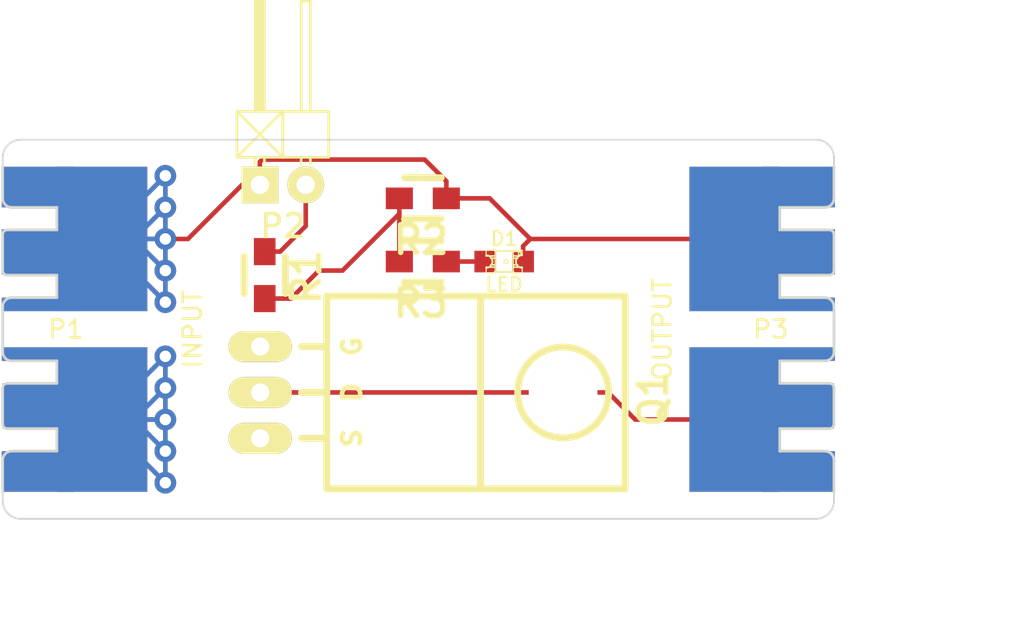
<source format=kicad_pcb>
(kicad_pcb (version 4) (host pcbnew "(2014-10-18 BZR 5203)-kicad")

  (general
    (links 23)
    (no_connects 6)
    (area 105.449999 68.449999 151.550001 89.550001)
    (thickness 1.6)
    (drawings 12)
    (tracks 107)
    (zones 0)
    (modules 8)
    (nets 7)
  )

  (page A4)
  (layers
    (0 F.Cu signal)
    (31 B.Cu signal)
    (32 B.Adhes user)
    (33 F.Adhes user)
    (34 B.Paste user)
    (35 F.Paste user)
    (36 B.SilkS user)
    (37 F.SilkS user)
    (38 B.Mask user)
    (39 F.Mask user)
    (40 Dwgs.User user)
    (41 Cmts.User user)
    (42 Eco1.User user)
    (43 Eco2.User user)
    (44 Edge.Cuts user)
  )

  (setup
    (last_trace_width 0.254)
    (trace_clearance 0.254)
    (zone_clearance 0.508)
    (zone_45_only no)
    (trace_min 0.254)
    (segment_width 0.2)
    (edge_width 0.1)
    (via_size 1.2)
    (via_drill 0.635)
    (via_min_size 1.2)
    (via_min_drill 0.6)
    (uvia_size 0.508)
    (uvia_drill 0.127)
    (uvias_allowed no)
    (uvia_min_size 0.508)
    (uvia_min_drill 0.127)
    (pcb_text_width 0.3)
    (pcb_text_size 1.5 1.5)
    (mod_edge_width 0.15)
    (mod_text_size 1 1)
    (mod_text_width 0.15)
    (pad_size 2.25 4)
    (pad_drill 0)
    (pad_to_mask_clearance 0)
    (aux_axis_origin 0 0)
    (visible_elements FFFFFF7F)
    (pcbplotparams
      (layerselection 0x01000_00000000)
      (usegerberextensions false)
      (gerberprecision 5)
      (excludeedgelayer true)
      (linewidth 0.100000)
      (plotframeref false)
      (viasonmask false)
      (mode 1)
      (useauxorigin false)
      (hpglpennumber 1)
      (hpglpenspeed 20)
      (hpglpendiameter 15)
      (hpglpenoverlay 2)
      (psnegative false)
      (psa4output false)
      (plotreference true)
      (plotvalue true)
      (plotinvisibletext false)
      (padsonsilk false)
      (subtractmaskfromsilk false)
      (outputformat 4)
      (mirror false)
      (drillshape 0)
      (scaleselection 1)
      (outputdirectory ps))
  )

  (net 0 "")
  (net 1 "Net-(D1-Pad1)")
  (net 2 GND)
  (net 3 "Net-(P1-Pad2)")
  (net 4 "Net-(Q1-PadG)")
  (net 5 "Net-(P2-Pad2)")
  (net 6 "Net-(P3-Pad2)")

  (net_class Default "This is the default net class."
    (clearance 0.254)
    (trace_width 0.254)
    (via_dia 1.2)
    (via_drill 0.635)
    (uvia_dia 0.508)
    (uvia_drill 0.127)
    (add_net GND)
    (add_net "Net-(D1-Pad1)")
    (add_net "Net-(P1-Pad2)")
    (add_net "Net-(P2-Pad2)")
    (add_net "Net-(P3-Pad2)")
    (add_net "Net-(Q1-PadG)")
  )

  (module LEDs:LED-0805 (layer F.Cu) (tedit 539AF6DF) (tstamp 539AF7C4)
    (at 133.25 75.25)
    (descr "LED 0805 smd package")
    (tags "LED 0805 SMD")
    (path /52F7A220)
    (attr smd)
    (fp_text reference D1 (at 0 -1.27) (layer F.SilkS)
      (effects (font (size 0.762 0.762) (thickness 0.127)))
    )
    (fp_text value LED (at 0 1.27) (layer F.SilkS)
      (effects (font (size 0.762 0.762) (thickness 0.127)))
    )
    (fp_line (start 0.49784 0.29972) (end 0.49784 0.62484) (layer F.SilkS) (width 0.06604))
    (fp_line (start 0.49784 0.62484) (end 0.99822 0.62484) (layer F.SilkS) (width 0.06604))
    (fp_line (start 0.99822 0.29972) (end 0.99822 0.62484) (layer F.SilkS) (width 0.06604))
    (fp_line (start 0.49784 0.29972) (end 0.99822 0.29972) (layer F.SilkS) (width 0.06604))
    (fp_line (start 0.49784 -0.32258) (end 0.49784 -0.17272) (layer F.SilkS) (width 0.06604))
    (fp_line (start 0.49784 -0.17272) (end 0.7493 -0.17272) (layer F.SilkS) (width 0.06604))
    (fp_line (start 0.7493 -0.32258) (end 0.7493 -0.17272) (layer F.SilkS) (width 0.06604))
    (fp_line (start 0.49784 -0.32258) (end 0.7493 -0.32258) (layer F.SilkS) (width 0.06604))
    (fp_line (start 0.49784 0.17272) (end 0.49784 0.32258) (layer F.SilkS) (width 0.06604))
    (fp_line (start 0.49784 0.32258) (end 0.7493 0.32258) (layer F.SilkS) (width 0.06604))
    (fp_line (start 0.7493 0.17272) (end 0.7493 0.32258) (layer F.SilkS) (width 0.06604))
    (fp_line (start 0.49784 0.17272) (end 0.7493 0.17272) (layer F.SilkS) (width 0.06604))
    (fp_line (start 0.49784 -0.19812) (end 0.49784 0.19812) (layer F.SilkS) (width 0.06604))
    (fp_line (start 0.49784 0.19812) (end 0.6731 0.19812) (layer F.SilkS) (width 0.06604))
    (fp_line (start 0.6731 -0.19812) (end 0.6731 0.19812) (layer F.SilkS) (width 0.06604))
    (fp_line (start 0.49784 -0.19812) (end 0.6731 -0.19812) (layer F.SilkS) (width 0.06604))
    (fp_line (start -0.99822 0.29972) (end -0.99822 0.62484) (layer F.SilkS) (width 0.06604))
    (fp_line (start -0.99822 0.62484) (end -0.49784 0.62484) (layer F.SilkS) (width 0.06604))
    (fp_line (start -0.49784 0.29972) (end -0.49784 0.62484) (layer F.SilkS) (width 0.06604))
    (fp_line (start -0.99822 0.29972) (end -0.49784 0.29972) (layer F.SilkS) (width 0.06604))
    (fp_line (start -0.99822 -0.62484) (end -0.99822 -0.29972) (layer F.SilkS) (width 0.06604))
    (fp_line (start -0.99822 -0.29972) (end -0.49784 -0.29972) (layer F.SilkS) (width 0.06604))
    (fp_line (start -0.49784 -0.62484) (end -0.49784 -0.29972) (layer F.SilkS) (width 0.06604))
    (fp_line (start -0.99822 -0.62484) (end -0.49784 -0.62484) (layer F.SilkS) (width 0.06604))
    (fp_line (start -0.7493 0.17272) (end -0.7493 0.32258) (layer F.SilkS) (width 0.06604))
    (fp_line (start -0.7493 0.32258) (end -0.49784 0.32258) (layer F.SilkS) (width 0.06604))
    (fp_line (start -0.49784 0.17272) (end -0.49784 0.32258) (layer F.SilkS) (width 0.06604))
    (fp_line (start -0.7493 0.17272) (end -0.49784 0.17272) (layer F.SilkS) (width 0.06604))
    (fp_line (start -0.7493 -0.32258) (end -0.7493 -0.17272) (layer F.SilkS) (width 0.06604))
    (fp_line (start -0.7493 -0.17272) (end -0.49784 -0.17272) (layer F.SilkS) (width 0.06604))
    (fp_line (start -0.49784 -0.32258) (end -0.49784 -0.17272) (layer F.SilkS) (width 0.06604))
    (fp_line (start -0.7493 -0.32258) (end -0.49784 -0.32258) (layer F.SilkS) (width 0.06604))
    (fp_line (start -0.6731 -0.19812) (end -0.6731 0.19812) (layer F.SilkS) (width 0.06604))
    (fp_line (start -0.6731 0.19812) (end -0.49784 0.19812) (layer F.SilkS) (width 0.06604))
    (fp_line (start -0.49784 -0.19812) (end -0.49784 0.19812) (layer F.SilkS) (width 0.06604))
    (fp_line (start -0.6731 -0.19812) (end -0.49784 -0.19812) (layer F.SilkS) (width 0.06604))
    (fp_line (start 0 -0.09906) (end 0 0.09906) (layer F.SilkS) (width 0.06604))
    (fp_line (start 0 0.09906) (end 0.19812 0.09906) (layer F.SilkS) (width 0.06604))
    (fp_line (start 0.19812 -0.09906) (end 0.19812 0.09906) (layer F.SilkS) (width 0.06604))
    (fp_line (start 0 -0.09906) (end 0.19812 -0.09906) (layer F.SilkS) (width 0.06604))
    (fp_line (start 0.49784 -0.59944) (end 0.49784 -0.29972) (layer F.SilkS) (width 0.06604))
    (fp_line (start 0.49784 -0.29972) (end 0.79756 -0.29972) (layer F.SilkS) (width 0.06604))
    (fp_line (start 0.79756 -0.59944) (end 0.79756 -0.29972) (layer F.SilkS) (width 0.06604))
    (fp_line (start 0.49784 -0.59944) (end 0.79756 -0.59944) (layer F.SilkS) (width 0.06604))
    (fp_line (start 0.92456 -0.62484) (end 0.92456 -0.39878) (layer F.SilkS) (width 0.06604))
    (fp_line (start 0.92456 -0.39878) (end 0.99822 -0.39878) (layer F.SilkS) (width 0.06604))
    (fp_line (start 0.99822 -0.62484) (end 0.99822 -0.39878) (layer F.SilkS) (width 0.06604))
    (fp_line (start 0.92456 -0.62484) (end 0.99822 -0.62484) (layer F.SilkS) (width 0.06604))
    (fp_line (start 0.52324 0.57404) (end -0.52324 0.57404) (layer F.SilkS) (width 0.1016))
    (fp_line (start -0.49784 -0.57404) (end 0.92456 -0.57404) (layer F.SilkS) (width 0.1016))
    (fp_circle (center 0.84836 -0.44958) (end 0.89916 -0.50038) (layer F.SilkS) (width 0.0508))
    (fp_arc (start 0.99822 0) (end 0.99822 0.34798) (angle 180) (layer F.SilkS) (width 0.1016))
    (fp_arc (start -0.99822 0) (end -0.99822 -0.34798) (angle 180) (layer F.SilkS) (width 0.1016))
    (pad 1 smd rect (at -1.04902 0) (size 1.19888 1.19888) (layers F.Cu F.Paste F.Mask)
      (net 1 "Net-(D1-Pad1)"))
    (pad 2 smd rect (at 1.04902 0) (size 1.19888 1.19888) (layers F.Cu F.Paste F.Mask)
      (net 2 GND))
  )

  (module Transistors_TO-220:TO-220_FET-GDS_Horizontal_LargePads (layer F.Cu) (tedit 539AF62F) (tstamp 54441480)
    (at 119.75 82.5 270)
    (descr "TO-220, FET-GDS, Horizontal, Large Pads,")
    (tags "TO-220, FET-GDS, Horizontal, Large Pads,")
    (path /52F79D2B)
    (fp_text reference Q1 (at 0.35052 -21.75002 270) (layer F.SilkS)
      (effects (font (thickness 0.3048)))
    )
    (fp_text value SUP85 (at 0.50038 4.59994 270) (layer F.SilkS) hide
      (effects (font (thickness 0.3048)))
    )
    (fp_text user G (at -2.54 -5.08 270) (layer F.SilkS)
      (effects (font (size 1.00076 1.00076) (thickness 0.25146)))
    )
    (fp_text user S (at 2.54 -5.08 270) (layer F.SilkS)
      (effects (font (size 1.00076 1.00076) (thickness 0.25146)))
    )
    (fp_text user D (at 0 -5.08 270) (layer F.SilkS)
      (effects (font (size 1.00076 1.00076) (thickness 0.25146)))
    )
    (fp_line (start -2.54 -3.683) (end -2.54 -2.286) (layer F.SilkS) (width 0.381))
    (fp_line (start 0 -3.683) (end 0 -2.286) (layer F.SilkS) (width 0.381))
    (fp_line (start 2.54 -3.683) (end 2.54 -2.286) (layer F.SilkS) (width 0.381))
    (fp_circle (center 0 -16.764) (end 1.778 -14.986) (layer F.SilkS) (width 0.381))
    (fp_line (start 5.334 -12.192) (end 5.334 -20.193) (layer F.SilkS) (width 0.381))
    (fp_line (start 5.334 -20.193) (end -5.334 -20.193) (layer F.SilkS) (width 0.381))
    (fp_line (start -5.334 -20.193) (end -5.334 -12.192) (layer F.SilkS) (width 0.381))
    (fp_line (start 5.334 -3.683) (end 5.334 -12.192) (layer F.SilkS) (width 0.381))
    (fp_line (start 5.334 -12.192) (end -5.334 -12.192) (layer F.SilkS) (width 0.381))
    (fp_line (start -5.334 -12.192) (end -5.334 -3.683) (layer F.SilkS) (width 0.381))
    (fp_line (start 0 -3.683) (end -5.334 -3.683) (layer F.SilkS) (width 0.381))
    (fp_line (start 0 -3.683) (end 5.334 -3.683) (layer F.SilkS) (width 0.381))
    (pad D thru_hole oval (at 0 0) (size 3.50012 1.69926) (drill 1.00076) (layers *.Cu *.Mask F.SilkS)
      (net 6 "Net-(P3-Pad2)"))
    (pad G thru_hole oval (at -2.54 0) (size 3.50012 1.69926) (drill 1.00076) (layers *.Cu *.Mask F.SilkS)
      (net 4 "Net-(Q1-PadG)"))
    (pad S thru_hole oval (at 2.54 0) (size 3.50012 1.69926) (drill 1.00076) (layers *.Cu *.Mask F.SilkS)
      (net 3 "Net-(P1-Pad2)"))
    (pad "" np_thru_hole circle (at 0 -16.764) (size 3.79984 3.79984) (drill 3.79984) (layers *.Cu *.Mask F.SilkS))
    (model Transistor_TO-220_Wings3d_RevB_03Sep2012/TO220-vert_RevB_Faktor03937_03Sep2012.wrl
      (at (xyz 0 0 0))
      (scale (xyz 0.3937 0.3937 0.3937))
      (rotate (xyz 0 0 0))
    )
  )

  (module Resistors_SMD:Resistor_SMD0805_HandSoldering (layer F.Cu) (tedit 539AF62F) (tstamp 539AF804)
    (at 120 76 270)
    (descr "Resistor, SMD, 0805, Hand soldering,")
    (tags "Resistor, SMD, 0805, Hand soldering,")
    (path /52F7A096)
    (attr smd)
    (fp_text reference R1 (at 0.09906 -2.30124 270) (layer F.SilkS)
      (effects (font (thickness 0.3048)))
    )
    (fp_text value 10K (at 0.20066 2.60096 270) (layer F.SilkS) hide
      (effects (font (thickness 0.3048)))
    )
    (fp_line (start 0 -1.143) (end -1.016 -1.143) (layer F.SilkS) (width 0.381))
    (fp_line (start 0 -1.143) (end 1.016 -1.143) (layer F.SilkS) (width 0.381))
    (fp_line (start 0 1.143) (end -1.016 1.143) (layer F.SilkS) (width 0.381))
    (fp_line (start 0 1.143) (end 1.016 1.143) (layer F.SilkS) (width 0.381))
    (pad 1 smd rect (at -1.30048 0 270) (size 1.50114 1.19888) (layers F.Cu F.Paste F.Mask)
      (net 5 "Net-(P2-Pad2)"))
    (pad 2 smd rect (at 1.30048 0 270) (size 1.50114 1.19888) (layers F.Cu F.Paste F.Mask)
      (net 4 "Net-(Q1-PadG)"))
  )

  (module Resistors_SMD:Resistor_SMD0805_HandSoldering (layer F.Cu) (tedit 539AF62F) (tstamp 539AF80E)
    (at 128.75 71.75 180)
    (descr "Resistor, SMD, 0805, Hand soldering,")
    (tags "Resistor, SMD, 0805, Hand soldering,")
    (path /52F7A0A8)
    (attr smd)
    (fp_text reference R2 (at 0.09906 -2.30124 180) (layer F.SilkS)
      (effects (font (thickness 0.3048)))
    )
    (fp_text value 1K (at 0.20066 2.60096 180) (layer F.SilkS) hide
      (effects (font (thickness 0.3048)))
    )
    (fp_line (start 0 -1.143) (end -1.016 -1.143) (layer F.SilkS) (width 0.381))
    (fp_line (start 0 -1.143) (end 1.016 -1.143) (layer F.SilkS) (width 0.381))
    (fp_line (start 0 1.143) (end -1.016 1.143) (layer F.SilkS) (width 0.381))
    (fp_line (start 0 1.143) (end 1.016 1.143) (layer F.SilkS) (width 0.381))
    (pad 1 smd rect (at -1.30048 0 180) (size 1.50114 1.19888) (layers F.Cu F.Paste F.Mask)
      (net 2 GND))
    (pad 2 smd rect (at 1.30048 0 180) (size 1.50114 1.19888) (layers F.Cu F.Paste F.Mask)
      (net 4 "Net-(Q1-PadG)"))
  )

  (module Resistors_SMD:Resistor_SMD0805_HandSoldering (layer F.Cu) (tedit 539AF62F) (tstamp 539AF818)
    (at 128.75 75.25 180)
    (descr "Resistor, SMD, 0805, Hand soldering,")
    (tags "Resistor, SMD, 0805, Hand soldering,")
    (path /52F7A23C)
    (attr smd)
    (fp_text reference R3 (at 0.09906 -2.30124 180) (layer F.SilkS)
      (effects (font (thickness 0.3048)))
    )
    (fp_text value 330 (at 0.20066 2.60096 180) (layer F.SilkS) hide
      (effects (font (thickness 0.3048)))
    )
    (fp_line (start 0 -1.143) (end -1.016 -1.143) (layer F.SilkS) (width 0.381))
    (fp_line (start 0 -1.143) (end 1.016 -1.143) (layer F.SilkS) (width 0.381))
    (fp_line (start 0 1.143) (end -1.016 1.143) (layer F.SilkS) (width 0.381))
    (fp_line (start 0 1.143) (end 1.016 1.143) (layer F.SilkS) (width 0.381))
    (pad 1 smd rect (at -1.30048 0 180) (size 1.50114 1.19888) (layers F.Cu F.Paste F.Mask)
      (net 1 "Net-(D1-Pad1)"))
    (pad 2 smd rect (at 1.30048 0 180) (size 1.50114 1.19888) (layers F.Cu F.Paste F.Mask)
      (net 4 "Net-(Q1-PadG)"))
  )

  (module Pin_Headers:Pin_Header_Angled_1x02 (layer F.Cu) (tedit 5443A668) (tstamp 5443A8C1)
    (at 121 71)
    (descr "Through hole pin header")
    (tags "pin header")
    (path /52F7A13E)
    (fp_text reference P2 (at 0 2.286) (layer F.SilkS)
      (effects (font (size 1.27 1.27) (thickness 0.2032)))
    )
    (fp_text value ACTIVATE (at 0 0) (layer F.SilkS) hide
      (effects (font (size 1.27 1.27) (thickness 0.2032)))
    )
    (fp_line (start 0 -4.064) (end -2.54 -1.524) (layer F.SilkS) (width 0.15))
    (fp_line (start -2.54 -4.064) (end 0 -1.524) (layer F.SilkS) (width 0.15))
    (fp_line (start -1.397 -4.191) (end -1.397 -10.033) (layer F.SilkS) (width 0.15))
    (fp_line (start -1.397 -10.033) (end -1.143 -10.033) (layer F.SilkS) (width 0.15))
    (fp_line (start -1.143 -10.033) (end -1.143 -4.191) (layer F.SilkS) (width 0.15))
    (fp_line (start -1.143 -4.191) (end -1.27 -4.191) (layer F.SilkS) (width 0.15))
    (fp_line (start -1.27 -4.191) (end -1.27 -10.033) (layer F.SilkS) (width 0.15))
    (fp_line (start -1.524 -1.524) (end -1.524 -1.143) (layer F.SilkS) (width 0.15))
    (fp_line (start -1.016 -1.524) (end -1.016 -1.143) (layer F.SilkS) (width 0.15))
    (fp_line (start 1.016 -1.524) (end 1.016 -1.143) (layer F.SilkS) (width 0.15))
    (fp_line (start 1.524 -1.524) (end 1.524 -1.143) (layer F.SilkS) (width 0.15))
    (fp_line (start -2.54 -1.524) (end -2.54 -4.064) (layer F.SilkS) (width 0.15))
    (fp_line (start 0 -1.524) (end 0 -4.064) (layer F.SilkS) (width 0.15))
    (fp_line (start 0 -1.524) (end 2.54 -1.524) (layer F.SilkS) (width 0.15))
    (fp_line (start 2.54 -1.524) (end 2.54 -4.064) (layer F.SilkS) (width 0.15))
    (fp_line (start 1.016 -4.064) (end 1.016 -10.16) (layer F.SilkS) (width 0.15))
    (fp_line (start 1.016 -10.16) (end 1.524 -10.16) (layer F.SilkS) (width 0.15))
    (fp_line (start 1.524 -10.16) (end 1.524 -4.064) (layer F.SilkS) (width 0.15))
    (fp_line (start 2.54 -4.064) (end 0 -4.064) (layer F.SilkS) (width 0.15))
    (fp_line (start 0 -4.064) (end -2.54 -4.064) (layer F.SilkS) (width 0.15))
    (fp_line (start -1.016 -10.16) (end -1.016 -4.064) (layer F.SilkS) (width 0.15))
    (fp_line (start -1.524 -10.16) (end -1.016 -10.16) (layer F.SilkS) (width 0.15))
    (fp_line (start -1.524 -4.064) (end -1.524 -10.16) (layer F.SilkS) (width 0.15))
    (fp_line (start 0 -1.524) (end 0 -4.064) (layer F.SilkS) (width 0.15))
    (fp_line (start -2.54 -1.524) (end 0 -1.524) (layer F.SilkS) (width 0.15))
    (pad 1 thru_hole rect (at -1.27 0) (size 2.032 2.032) (drill 1.016) (layers *.Cu *.Mask F.SilkS)
      (net 2 GND))
    (pad 2 thru_hole oval (at 1.27 0) (size 2.032 2.032) (drill 1.016) (layers *.Cu *.Mask F.SilkS)
      (net 5 "Net-(P2-Pad2)"))
    (model Pin_Headers/Pin_Header_Angled_1x02.wrl
      (at (xyz 0 0 0))
      (scale (xyz 1 1 1))
      (rotate (xyz 0 0 0))
    )
  )

  (module sssw:G3.5_Bullet_Edge_Short (layer B.Cu) (tedit 5444055A) (tstamp 544413E7)
    (at 106 79 270)
    (path /52F7A037)
    (fp_text reference P1 (at 0 -3 360) (layer F.SilkS)
      (effects (font (size 1 1) (thickness 0.15)))
    )
    (fp_text value INPUT (at 0 -10 270) (layer F.SilkS)
      (effects (font (size 1 1) (thickness 0.15)))
    )
    (fp_arc (start -3.25 0.25) (end -3.25 0.5) (angle -90) (layer Edge.Cuts) (width 0.15))
    (fp_arc (start -5.25 0.25) (end -5.5 0.25) (angle -90) (layer Edge.Cuts) (width 0.15))
    (fp_line (start 5.5 -2.5) (end 6.75 -2.5) (layer Edge.Cuts) (width 0.15))
    (fp_line (start 1.75 -2.5) (end 3 -2.5) (layer Edge.Cuts) (width 0.15))
    (fp_arc (start 3.25 0.25) (end 3 0.25) (angle -90) (layer Edge.Cuts) (width 0.15))
    (fp_arc (start 5.25 0.25) (end 5.25 0.5) (angle -90) (layer Edge.Cuts) (width 0.15))
    (fp_line (start 5.5 0.25) (end 5.5 -2.5) (layer Edge.Cuts) (width 0.15))
    (fp_line (start 3.25 0.5) (end 5.25 0.5) (layer Edge.Cuts) (width 0.15))
    (fp_line (start 3 -2.5) (end 3 0.25) (layer Edge.Cuts) (width 0.15))
    (fp_line (start -5.5 -2.5) (end -5.5 0.25) (layer Edge.Cuts) (width 0.15))
    (fp_line (start -6.75 -2.5) (end -5.5 -2.5) (layer Edge.Cuts) (width 0.15))
    (fp_line (start -3.25 0.5) (end -5.25 0.5) (layer Edge.Cuts) (width 0.15))
    (fp_line (start -3 -2.5) (end -3 0.25) (layer Edge.Cuts) (width 0.15))
    (fp_line (start -1.75 -2.5) (end -3 -2.5) (layer Edge.Cuts) (width 0.15))
    (fp_line (start -1.25 0.5) (end 1.25 0.5) (layer Edge.Cuts) (width 0.15))
    (fp_arc (start 7.25 0) (end 6.75 0) (angle -90) (layer Edge.Cuts) (width 0.15))
    (fp_arc (start 1.25 0) (end 1.25 0.5) (angle -90) (layer Edge.Cuts) (width 0.15))
    (fp_arc (start -1.25 0) (end -1.75 0) (angle -90) (layer Edge.Cuts) (width 0.15))
    (fp_arc (start -7.25 0) (end -7.25 0.5) (angle -90) (layer Edge.Cuts) (width 0.15))
    (fp_line (start -9 0.5) (end -7.25 0.5) (layer Edge.Cuts) (width 0.15))
    (fp_line (start 7.25 0.5) (end 9 0.5) (layer Edge.Cuts) (width 0.15))
    (fp_line (start 6.75 -2.5) (end 6.75 0) (layer Edge.Cuts) (width 0.15))
    (fp_line (start 1.75 0) (end 1.75 -2.5) (layer Edge.Cuts) (width 0.15))
    (fp_line (start -6.75 -2.5) (end -6.75 0) (layer Edge.Cuts) (width 0.15))
    (fp_line (start -1.75 0) (end -1.75 -2.5) (layer Edge.Cuts) (width 0.15))
    (pad 2 connect rect (at 5 -5 270) (size 8 5) (layers *.Cu *.Mask)
      (net 3 "Net-(P1-Pad2)"))
    (pad 2 smd rect (at 4.25 -1.5 270) (size 2.5 4) (layers *.Cu *.Mask)
      (net 3 "Net-(P1-Pad2)"))
    (pad 2 smd rect (at 7.875 -1.45131 270) (size 2.25 4) (layers *.Cu *.Mask)
      (net 3 "Net-(P1-Pad2)"))
    (pad 2 smd rect (at 1.375 -1.45131 270) (size 0.75 4) (layers *.Cu *.Mask)
      (net 3 "Net-(P1-Pad2)"))
    (pad 1 smd rect (at -4.286258 -1.45131 90) (size 2.5 4) (layers *.Cu *.Mask)
      (net 2 GND))
    (pad 1 smd rect (at -1.375 -1.45131 90) (size 0.75 4) (layers *.Cu *.Mask)
      (net 2 GND))
    (pad 1 smd rect (at -7.875 -1.45131 90) (size 2.25 4) (layers *.Cu *.Mask)
      (net 2 GND))
    (pad 1 connect rect (at -5 -5 90) (size 8 5) (layers *.Cu *.Mask)
      (net 2 GND))
  )

  (module sssw:G3.5_Bullet_Edge_Short (layer F.Cu) (tedit 54440556) (tstamp 5444132A)
    (at 151 79 270)
    (path /52F7A049)
    (fp_text reference P3 (at 0 3 360) (layer F.SilkS)
      (effects (font (size 1 1) (thickness 0.15)))
    )
    (fp_text value OUTPUT (at 0 9 270) (layer F.SilkS)
      (effects (font (size 1 1) (thickness 0.15)))
    )
    (fp_arc (start -3.25 -0.25) (end -3.25 -0.5) (angle 90) (layer Edge.Cuts) (width 0.15))
    (fp_arc (start -5.25 -0.25) (end -5.5 -0.25) (angle 90) (layer Edge.Cuts) (width 0.15))
    (fp_line (start 5.5 2.5) (end 6.75 2.5) (layer Edge.Cuts) (width 0.15))
    (fp_line (start 1.75 2.5) (end 3 2.5) (layer Edge.Cuts) (width 0.15))
    (fp_arc (start 3.25 -0.25) (end 3 -0.25) (angle 90) (layer Edge.Cuts) (width 0.15))
    (fp_arc (start 5.25 -0.25) (end 5.25 -0.5) (angle 90) (layer Edge.Cuts) (width 0.15))
    (fp_line (start 5.5 -0.25) (end 5.5 2.5) (layer Edge.Cuts) (width 0.15))
    (fp_line (start 3.25 -0.5) (end 5.25 -0.5) (layer Edge.Cuts) (width 0.15))
    (fp_line (start 3 2.5) (end 3 -0.25) (layer Edge.Cuts) (width 0.15))
    (fp_line (start -5.5 2.5) (end -5.5 -0.25) (layer Edge.Cuts) (width 0.15))
    (fp_line (start -6.75 2.5) (end -5.5 2.5) (layer Edge.Cuts) (width 0.15))
    (fp_line (start -3.25 -0.5) (end -5.25 -0.5) (layer Edge.Cuts) (width 0.15))
    (fp_line (start -3 2.5) (end -3 -0.25) (layer Edge.Cuts) (width 0.15))
    (fp_line (start -1.75 2.5) (end -3 2.5) (layer Edge.Cuts) (width 0.15))
    (fp_line (start -1.25 -0.5) (end 1.25 -0.5) (layer Edge.Cuts) (width 0.15))
    (fp_arc (start 7.25 0) (end 6.75 0) (angle 90) (layer Edge.Cuts) (width 0.15))
    (fp_arc (start 1.25 0) (end 1.25 -0.5) (angle 90) (layer Edge.Cuts) (width 0.15))
    (fp_arc (start -1.25 0) (end -1.75 0) (angle 90) (layer Edge.Cuts) (width 0.15))
    (fp_arc (start -7.25 0) (end -7.25 -0.5) (angle 90) (layer Edge.Cuts) (width 0.15))
    (fp_line (start -9 -0.5) (end -7.25 -0.5) (layer Edge.Cuts) (width 0.15))
    (fp_line (start 7.25 -0.5) (end 9 -0.5) (layer Edge.Cuts) (width 0.15))
    (fp_line (start 6.75 2.5) (end 6.75 0) (layer Edge.Cuts) (width 0.15))
    (fp_line (start 1.75 0) (end 1.75 2.5) (layer Edge.Cuts) (width 0.15))
    (fp_line (start -6.75 2.5) (end -6.75 0) (layer Edge.Cuts) (width 0.15))
    (fp_line (start -1.75 0) (end -1.75 2.5) (layer Edge.Cuts) (width 0.15))
    (pad 2 connect rect (at 5 5 270) (size 8 5) (layers *.Cu *.Mask)
      (net 6 "Net-(P3-Pad2)"))
    (pad 2 smd rect (at 4.25 1.5 270) (size 2.5 4) (layers *.Cu *.Mask)
      (net 6 "Net-(P3-Pad2)"))
    (pad 2 smd rect (at 7.875 1.45131 270) (size 2.25 4) (layers *.Cu *.Mask)
      (net 6 "Net-(P3-Pad2)"))
    (pad 2 smd rect (at 1.375 1.45131 270) (size 0.75 4) (layers *.Cu *.Mask)
      (net 6 "Net-(P3-Pad2)"))
    (pad 1 smd rect (at -4.286258 1.45131 90) (size 2.5 4) (layers *.Cu *.Mask)
      (net 2 GND))
    (pad 1 smd rect (at -1.375 1.45131 90) (size 0.75 4) (layers *.Cu *.Mask)
      (net 2 GND))
    (pad 1 smd rect (at -7.875 1.45131 90) (size 2.25 4) (layers *.Cu *.Mask)
      (net 2 GND))
    (pad 1 connect rect (at -5 5 90) (size 8 5) (layers *.Cu *.Mask)
      (net 2 GND))
  )

  (gr_line (start 151.5 70) (end 151.5 69.5) (layer Edge.Cuts) (width 0.1))
  (gr_line (start 151.5 88.5) (end 151.5 88) (layer Edge.Cuts) (width 0.1))
  (gr_line (start 105.5 69.5) (end 105.5 70) (layer Edge.Cuts) (width 0.1))
  (gr_line (start 105.5 88.5) (end 105.5 88) (layer Edge.Cuts) (width 0.1))
  (gr_arc (start 150.5 69.5) (end 151.5 69.5) (angle -90) (layer Edge.Cuts) (width 0.1))
  (gr_arc (start 106.5 69.5) (end 106.5 68.5) (angle -90) (layer Edge.Cuts) (width 0.1))
  (gr_arc (start 106.5 88.5) (end 105.5 88.5) (angle -90) (layer Edge.Cuts) (width 0.1))
  (gr_arc (start 150.5 88.5) (end 151.5 88.5) (angle 90) (layer Edge.Cuts) (width 0.1))
  (dimension 46 (width 0.3) (layer Dwgs.User)
    (gr_text "46,000 mm" (at 128.5 96.85) (layer Dwgs.User)
      (effects (font (size 1.5 1.5) (thickness 0.3)))
    )
    (feature1 (pts (xy 151.5 90) (xy 151.5 98.2)))
    (feature2 (pts (xy 105.5 90) (xy 105.5 98.2)))
    (crossbar (pts (xy 105.5 95.5) (xy 151.5 95.5)))
    (arrow1a (pts (xy 151.5 95.5) (xy 150.373496 96.086421)))
    (arrow1b (pts (xy 151.5 95.5) (xy 150.373496 94.913579)))
    (arrow2a (pts (xy 105.5 95.5) (xy 106.626504 96.086421)))
    (arrow2b (pts (xy 105.5 95.5) (xy 106.626504 94.913579)))
  )
  (dimension 21 (width 0.3) (layer Dwgs.User)
    (gr_text "21,000 mm" (at 159.35 79 90) (layer Dwgs.User)
      (effects (font (size 1.5 1.5) (thickness 0.3)))
    )
    (feature1 (pts (xy 152 68.5) (xy 160.7 68.5)))
    (feature2 (pts (xy 152 89.5) (xy 160.7 89.5)))
    (crossbar (pts (xy 158 89.5) (xy 158 68.5)))
    (arrow1a (pts (xy 158 68.5) (xy 158.586421 69.626504)))
    (arrow1b (pts (xy 158 68.5) (xy 157.413579 69.626504)))
    (arrow2a (pts (xy 158 89.5) (xy 158.586421 88.373496)))
    (arrow2b (pts (xy 158 89.5) (xy 157.413579 88.373496)))
  )
  (gr_line (start 106.5 89.5) (end 150.5 89.5) (layer Edge.Cuts) (width 0.1) (tstamp 5443AAC7))
  (gr_line (start 150.5 68.5) (end 106.5 68.5) (layer Edge.Cuts) (width 0.1))

  (segment (start 119.75 79.96) (end 119.75 80) (width 0.254) (layer Edge.Cuts) (net 0))
  (segment (start 132.20098 75.25) (end 130.05048 75.25) (width 0.254) (layer F.Cu) (net 1))
  (segment (start 114.5 72.25) (end 113.900001 72.849999) (width 0.254) (layer B.Cu) (net 2))
  (segment (start 113.900001 72.849999) (end 113.896088 72.849999) (width 0.254) (layer B.Cu) (net 2))
  (segment (start 113.896088 72.849999) (end 112.746087 74) (width 0.254) (layer B.Cu) (net 2))
  (segment (start 114.5 70.5) (end 113.900001 71.099999) (width 0.254) (layer B.Cu) (net 2))
  (segment (start 113.900001 71.099999) (end 111 74) (width 0.254) (layer B.Cu) (net 2))
  (segment (start 114.5 70.5) (end 114.5 72.25) (width 0.254) (layer B.Cu) (net 2))
  (segment (start 114.5 74) (end 114.5 72.25) (width 0.254) (layer B.Cu) (net 2))
  (segment (start 111 74) (end 112.746087 74) (width 0.254) (layer B.Cu) (net 2))
  (segment (start 114.5 75.75) (end 113.900001 75.150001) (width 0.254) (layer B.Cu) (net 2))
  (segment (start 112.746087 74) (end 114.5 74) (width 0.254) (layer B.Cu) (net 2))
  (segment (start 113.900001 75.150001) (end 113.896088 75.150001) (width 0.254) (layer B.Cu) (net 2))
  (segment (start 113.896088 75.150001) (end 112.746087 74) (width 0.254) (layer B.Cu) (net 2))
  (segment (start 114.5 75.75) (end 114.5 74) (width 0.254) (layer B.Cu) (net 2))
  (segment (start 114.5 77.5) (end 114.5 75.75) (width 0.254) (layer B.Cu) (net 2))
  (segment (start 114.5 77.5) (end 111 74) (width 0.254) (layer B.Cu) (net 2))
  (segment (start 111 74) (end 114.5 77.5) (width 0.254) (layer F.Cu) (net 2))
  (segment (start 114.5 77.5) (end 113.900001 76.900001) (width 0.254) (layer F.Cu) (net 2))
  (segment (start 113.900001 76.900001) (end 111 74) (width 0.254) (layer F.Cu) (net 2))
  (segment (start 114.5 70.5) (end 111 74) (width 0.254) (layer F.Cu) (net 2))
  (segment (start 114.5 72.25) (end 112.75 74) (width 0.254) (layer F.Cu) (net 2))
  (segment (start 112.75 74) (end 111 74) (width 0.254) (layer F.Cu) (net 2))
  (segment (start 114.5 75.75) (end 112.75 74) (width 0.254) (layer F.Cu) (net 2))
  (segment (start 114.5 74) (end 111 74) (width 0.254) (layer F.Cu) (net 2))
  (segment (start 114.5 74) (end 114.5 72.25) (width 0.254) (layer F.Cu) (net 2))
  (segment (start 114.5 75.75) (end 114.5 74) (width 0.254) (layer F.Cu) (net 2))
  (via (at 114.5 70.5) (size 1.2) (layers F.Cu B.Cu) (net 2))
  (via (at 114.5 75.75) (size 1.2) (layers F.Cu B.Cu) (net 2))
  (segment (start 114.5 77.5) (end 114.5 75.75) (width 0.254) (layer F.Cu) (net 2) (tstamp 54440697))
  (via (at 114.5 77.5) (size 1.2) (layers F.Cu B.Cu) (net 2))
  (via (at 114.5 72.25) (size 1.2) (layers F.Cu B.Cu) (net 2))
  (segment (start 114.5 70.5) (end 114.5 72.25) (width 0.254) (layer F.Cu) (net 2) (tstamp 544406AD))
  (via (at 114.5 74) (size 1.2) (layers F.Cu B.Cu) (net 2))
  (segment (start 134.29902 74.39656) (end 134.29902 75.25) (width 0.254) (layer F.Cu) (net 2))
  (segment (start 134.69558 74) (end 134.29902 74.39656) (width 0.254) (layer F.Cu) (net 2))
  (segment (start 132.44558 71.75) (end 134.69558 74) (width 0.254) (layer F.Cu) (net 2))
  (segment (start 130.05048 71.75) (end 132.44558 71.75) (width 0.254) (layer F.Cu) (net 2))
  (segment (start 119.857001 69.602999) (end 128.852999 69.602999) (width 0.254) (layer F.Cu) (net 2))
  (segment (start 119.73 69.73) (end 119.857001 69.602999) (width 0.254) (layer F.Cu) (net 2))
  (segment (start 119.73 71) (end 119.73 69.73) (width 0.254) (layer F.Cu) (net 2))
  (segment (start 130.05048 70.80048) (end 130.05048 71.75) (width 0.254) (layer F.Cu) (net 2))
  (segment (start 128.852999 69.602999) (end 130.05048 70.80048) (width 0.254) (layer F.Cu) (net 2))
  (segment (start 134.69558 74) (end 146 74) (width 0.254) (layer F.Cu) (net 2))
  (segment (start 149.467742 74.713742) (end 149.54869 74.713742) (width 0.254) (layer F.Cu) (net 2))
  (segment (start 148.754 74) (end 149.467742 74.713742) (width 0.254) (layer F.Cu) (net 2))
  (segment (start 146 74) (end 148.754 74) (width 0.254) (layer F.Cu) (net 2))
  (segment (start 148.875 71.125) (end 146 74) (width 0.254) (layer F.Cu) (net 2))
  (segment (start 149.54869 71.125) (end 148.875 71.125) (width 0.254) (layer F.Cu) (net 2))
  (segment (start 119.73 71) (end 118.75 71) (width 0.254) (layer F.Cu) (net 2))
  (segment (start 115.75 74) (end 114.5 74) (width 0.254) (layer F.Cu) (net 2))
  (segment (start 118.75 71) (end 115.75 74) (width 0.254) (layer F.Cu) (net 2))
  (segment (start 108.165052 74) (end 107.45131 74.713742) (width 0.254) (layer F.Cu) (net 2))
  (segment (start 111 74) (end 108.165052 74) (width 0.254) (layer F.Cu) (net 2))
  (segment (start 108.125 71.125) (end 111 74) (width 0.254) (layer F.Cu) (net 2))
  (segment (start 107.45131 71.125) (end 108.125 71.125) (width 0.254) (layer F.Cu) (net 2))
  (segment (start 107.45131 77.625) (end 107.45131 77.54869) (width 0.254) (layer F.Cu) (net 2))
  (segment (start 113.900001 81.099999) (end 114.5 80.5) (width 0.254) (layer F.Cu) (net 3))
  (segment (start 114.5 82.25) (end 114.5 80.5) (width 0.254) (layer F.Cu) (net 3))
  (segment (start 114.5 84) (end 114.5 82.25) (width 0.254) (layer F.Cu) (net 3))
  (segment (start 114.5 85.75) (end 114.5 84) (width 0.254) (layer F.Cu) (net 3))
  (segment (start 114.5 87.5) (end 114.5 85.75) (width 0.254) (layer F.Cu) (net 3))
  (segment (start 114.5 87.5) (end 111 84) (width 0.254) (layer F.Cu) (net 3))
  (segment (start 114.5 85.75) (end 112.75 84) (width 0.254) (layer F.Cu) (net 3))
  (via (at 114.5 87.5) (size 1.2) (layers F.Cu B.Cu) (net 3))
  (via (at 114.5 82.25) (size 1.2) (layers F.Cu B.Cu) (net 3))
  (via (at 114.5 84) (size 1.2) (layers F.Cu B.Cu) (net 3))
  (via (at 114.5 85.75) (size 1.2) (layers F.Cu B.Cu) (net 3))
  (segment (start 114.5 84) (end 111 84) (width 0.254) (layer F.Cu) (net 3) (tstamp 544406C8))
  (segment (start 112.75 84) (end 111 84) (width 0.254) (layer F.Cu) (net 3))
  (segment (start 113.900001 81.099999) (end 111 84) (width 0.254) (layer F.Cu) (net 3))
  (segment (start 114.5 82.25) (end 112.75 84) (width 0.254) (layer F.Cu) (net 3))
  (via (at 114.5 80.5) (size 1.2) (layers F.Cu B.Cu) (net 3))
  (segment (start 114.5 80.5) (end 111 84) (width 0.254) (layer B.Cu) (net 3))
  (segment (start 114.5 82.25) (end 114.5 80.5) (width 0.254) (layer B.Cu) (net 3))
  (segment (start 114.5 84) (end 112.75 84) (width 0.254) (layer B.Cu) (net 3))
  (segment (start 114.5 82.25) (end 112.75 84) (width 0.254) (layer B.Cu) (net 3))
  (segment (start 111 84) (end 112.75 84) (width 0.254) (layer B.Cu) (net 3))
  (segment (start 114.5 84) (end 114.5 82.25) (width 0.254) (layer B.Cu) (net 3))
  (segment (start 113.900001 85.150001) (end 112.75 84) (width 0.254) (layer B.Cu) (net 3))
  (segment (start 114.5 85.75) (end 114.5 84) (width 0.254) (layer B.Cu) (net 3))
  (segment (start 114.5 85.75) (end 113.900001 85.150001) (width 0.254) (layer B.Cu) (net 3))
  (segment (start 113.900001 86.900001) (end 111 84) (width 0.254) (layer B.Cu) (net 3))
  (segment (start 114.5 87.5) (end 113.900001 86.900001) (width 0.254) (layer B.Cu) (net 3))
  (segment (start 114.5 87.5) (end 114.5 85.75) (width 0.254) (layer B.Cu) (net 3))
  (segment (start 127.44952 72.60344) (end 127.44952 75.25) (width 0.254) (layer F.Cu) (net 4))
  (segment (start 127.44952 71.75) (end 127.44952 72.60344) (width 0.254) (layer F.Cu) (net 4))
  (segment (start 127.44952 72.60344) (end 124.30296 75.75) (width 0.254) (layer F.Cu) (net 4))
  (segment (start 124.30296 75.75) (end 123 75.75) (width 0.254) (layer F.Cu) (net 4))
  (segment (start 121.44952 77.30048) (end 120 77.30048) (width 0.254) (layer F.Cu) (net 4))
  (segment (start 123 75.75) (end 121.44952 77.30048) (width 0.254) (layer F.Cu) (net 4))
  (segment (start 122.27 72.43684) (end 122.27 71) (width 0.254) (layer F.Cu) (net 5))
  (segment (start 122.27 73.28296) (end 122.27 72.43684) (width 0.254) (layer F.Cu) (net 5))
  (segment (start 120.85344 74.69952) (end 122.27 73.28296) (width 0.254) (layer F.Cu) (net 5))
  (segment (start 120 74.69952) (end 120.85344 74.69952) (width 0.254) (layer F.Cu) (net 5))
  (segment (start 120 74.69952) (end 120 74.54839) (width 0.254) (layer F.Cu) (net 5))
  (segment (start 119.75 82.5) (end 139 82.5) (width 0.254) (layer F.Cu) (net 6))
  (segment (start 139 82.5) (end 140.5 84) (width 0.254) (layer F.Cu) (net 6))
  (segment (start 140.5 84) (end 146 84) (width 0.254) (layer F.Cu) (net 6))
  (segment (start 146.75 83.25) (end 146 84) (width 0.254) (layer F.Cu) (net 6))
  (segment (start 149.5 83.25) (end 146.75 83.25) (width 0.254) (layer F.Cu) (net 6))
  (segment (start 146 84.20131) (end 146 84) (width 0.254) (layer F.Cu) (net 6))
  (segment (start 148.67369 86.875) (end 146 84.20131) (width 0.254) (layer F.Cu) (net 6))
  (segment (start 149.54869 86.875) (end 148.67369 86.875) (width 0.254) (layer F.Cu) (net 6))
  (segment (start 146 82.29869) (end 146 84) (width 0.254) (layer F.Cu) (net 6))
  (segment (start 147.92369 80.375) (end 146 82.29869) (width 0.254) (layer F.Cu) (net 6))
  (segment (start 149.54869 80.375) (end 147.92369 80.375) (width 0.254) (layer F.Cu) (net 6))

)

</source>
